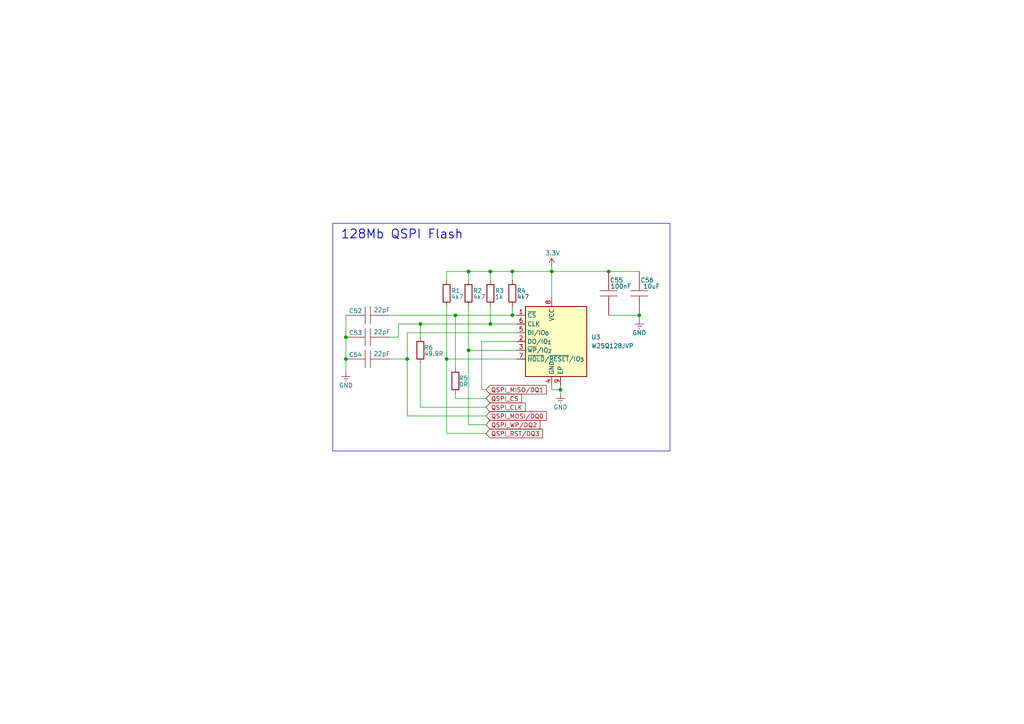
<source format=kicad_sch>
(kicad_sch (version 20250114) (generator "eeschema") (generator_version "9.0")
  (paper "A4")
  (lib_symbols
    (symbol "Device:R" (pin_numbers (hide yes)) (pin_names (offset 0))
      (property "Reference" "R" (at 2.032 0 90))
      (property "Value" "R" (at 0 0 90))
      (symbol "R_0_1"
        (rectangle (start -1.016 -2.54) (end 1.016 2.54) (stroke (width 0.254)))
      )
      (symbol "R_1_1"
        (pin passive line (at 0 3.81 270) (length 1.27) (name "~") (number "1"))
        (pin passive line (at 0 -3.81 90) (length 1.27) (name "~") (number "2"))
      )
    )
    (symbol "Memory_Flash:W25Q128JVP"
      (property "Reference" "U" (at -6.35 11.43 0))
      (property "Value" "W25Q128JVP" (at 7.62 11.43 0))
      (symbol "W25Q128JVP_0_1"
        (rectangle (start -7.62 10.16) (end 10.16 -10.16) (stroke (width 0.254)) (fill (type background)))
      )
      (symbol "W25Q128JVP_1_1"
        (pin input line (at -10.16 7.62 0) (length 2.54) (name "~{CS}") (number "1"))
        (pin input line (at -10.16 5.08 0) (length 2.54) (name "CLK") (number "6"))
        (pin bidirectional line (at -10.16 2.54 0) (length 2.54) (name "DI/IO_{0}") (number "5"))
        (pin bidirectional line (at -10.16 0 0) (length 2.54) (name "DO/IO_{1}") (number "2"))
        (pin bidirectional line (at -10.16 -2.54 0) (length 2.54) (name "~{WP}/IO_{2}") (number "3"))
        (pin bidirectional line (at -10.16 -5.08 0) (length 2.54) (name "~{HOLD}/~{RESET}/IO_{3}") (number "7"))
        (pin power_in line (at 0 12.7 270) (length 2.54) (name "VCC") (number "8"))
        (pin power_in line (at 0 -12.7 90) (length 2.54) (name "GND") (number "4"))
        (pin passive line (at 2.54 -12.7 90) (length 2.54) (name "EP") (number "9"))
      )
    )
    (symbol "RA8M1:885012205092" (pin_numbers (hide yes)) (pin_names (offset 0.762))
      (property "Reference" "C" (at 8.89 6.35 0))
      (property "Value" "885012205092" (at 8.89 3.81 0))
      (symbol "885012205092_0_0"
        (pin passive line (at 0 0 0) (length 5.08) (name "~") (number "1"))
        (pin passive line (at 12.7 0 180) (length 5.08) (name "~") (number "2"))
      )
      (symbol "885012205092_0_1"
        (polyline (pts (xy 5.08 0) (xy 5.588 0)) (stroke (width 0.1524)))
        (polyline (pts (xy 5.588 2.54) (xy 5.588 -2.54)) (stroke (width 0.1524)))
        (polyline (pts (xy 7.112 2.54) (xy 7.112 -2.54)) (stroke (width 0.1524)))
        (polyline (pts (xy 7.112 0) (xy 7.62 0)) (stroke (width 0.1524)))
      )
    )
    (symbol "power:+1V5" (power) (pin_numbers (hide yes)) (pin_names (offset 0) (hide yes))
      (property "Value" "+1V5" (at 0 3.556 0))
      (symbol "+1V5_0_1"
        (polyline (pts (xy -0.762 1.27) (xy 0 2.54)))
        (polyline (pts (xy 0 2.54) (xy 0.762 1.27)))
        (polyline (pts (xy 0 0) (xy 0 2.54)))
      )
      (symbol "+1V5_1_1"
        (pin power_in line (at 0 0 90) (length 0) (name "~") (number "1"))
      )
    )
    (symbol "power:GNDREF" (power) (pin_numbers (hide yes)) (pin_names (offset 0) (hide yes))
      (property "Value" "GNDREF" (at 0 -3.81 0))
      (symbol "GNDREF_0_1"
        (polyline (pts (xy -0.635 -1.905) (xy 0.635 -1.905)))
        (polyline (pts (xy -0.127 -2.54) (xy 0.127 -2.54)))
        (polyline (pts (xy 0 -1.27) (xy 0 0)))
        (polyline (pts (xy 1.27 -1.27) (xy -1.27 -1.27)))
      )
      (symbol "GNDREF_1_1"
        (pin power_in line (at 0 0 270) (length 0) (name "~") (number "1"))
      )
    )
  )
  (rectangle (start 96.52 64.77) (end 194.31 130.81))
  (text "128Mb QSPI Flash" (at 116.586 68.072 0) (effects (font (size 2.54 2.54) (thickness 0.254) (bold yes))))
  (junction (at 129.54 104.14))
  (junction (at 135.89 101.6))
  (junction (at 162.56 113.03))
  (junction (at 148.59 91.44))
  (junction (at 100.33 97.79))
  (junction (at 176.53 78.74))
  (junction (at 132.08 91.44))
  (junction (at 148.59 78.74))
  (junction (at 160.02 78.74))
  (junction (at 121.92 93.98))
  (junction (at 118.11 104.14))
  (junction (at 100.33 104.14))
  (junction (at 135.89 78.74))
  (junction (at 142.24 78.74))
  (junction (at 185.42 91.44))
  (junction (at 142.24 93.98))
  (wire (pts (xy 100.33 91.44) (xy 100.33 97.79)))
  (wire (pts (xy 162.56 113.03) (xy 162.56 114.3)))
  (wire (pts (xy 149.86 91.44) (xy 148.59 91.44)))
  (wire (pts (xy 162.56 113.03) (xy 160.02 113.03)))
  (wire (pts (xy 142.24 93.98) (xy 142.24 88.9)))
  (wire (pts (xy 100.33 97.79) (xy 100.33 104.14)))
  (wire (pts (xy 160.02 78.74) (xy 148.59 78.74)))
  (wire (pts (xy 140.97 123.19) (xy 135.89 123.19)))
  (wire (pts (xy 148.59 91.44) (xy 148.59 88.9)))
  (wire (pts (xy 162.56 111.76) (xy 162.56 113.03)))
  (wire (pts (xy 160.02 77.47) (xy 160.02 78.74)))
  (wire (pts (xy 142.24 78.74) (xy 142.24 81.28)))
  (wire (pts (xy 118.11 96.52) (xy 118.11 104.14)))
  (wire (pts (xy 140.97 125.73) (xy 129.54 125.73)))
  (wire (pts (xy 121.92 93.98) (xy 142.24 93.98)))
  (wire (pts (xy 115.57 97.79) (xy 113.03 97.79)))
  (wire (pts (xy 129.54 81.28) (xy 129.54 78.74)))
  (wire (pts (xy 132.08 91.44) (xy 132.08 106.68)))
  (wire (pts (xy 139.7 113.03) (xy 139.7 99.06)))
  (wire (pts (xy 149.86 96.52) (xy 118.11 96.52)))
  (wire (pts (xy 121.92 93.98) (xy 121.92 97.79)))
  (wire (pts (xy 118.11 120.65) (xy 118.11 104.14)))
  (wire (pts (xy 135.89 78.74) (xy 142.24 78.74)))
  (wire (pts (xy 129.54 104.14) (xy 149.86 104.14)))
  (wire (pts (xy 176.53 91.44) (xy 185.42 91.44)))
  (wire (pts (xy 142.24 78.74) (xy 148.59 78.74)))
  (wire (pts (xy 135.89 81.28) (xy 135.89 78.74)))
  (wire (pts (xy 132.08 114.3) (xy 132.08 115.57)))
  (wire (pts (xy 140.97 118.11) (xy 121.92 118.11)))
  (wire (pts (xy 135.89 101.6) (xy 135.89 88.9)))
  (wire (pts (xy 115.57 93.98) (xy 121.92 93.98)))
  (wire (pts (xy 140.97 113.03) (xy 139.7 113.03)))
  (wire (pts (xy 140.97 120.65) (xy 118.11 120.65)))
  (wire (pts (xy 139.7 99.06) (xy 149.86 99.06)))
  (wire (pts (xy 135.89 123.19) (xy 135.89 101.6)))
  (wire (pts (xy 129.54 88.9) (xy 129.54 104.14)))
  (wire (pts (xy 129.54 125.73) (xy 129.54 104.14)))
  (wire (pts (xy 100.33 104.14) (xy 100.33 107.95)))
  (wire (pts (xy 129.54 78.74) (xy 135.89 78.74)))
  (wire (pts (xy 149.86 93.98) (xy 142.24 93.98)))
  (wire (pts (xy 148.59 78.74) (xy 148.59 81.28)))
  (wire (pts (xy 185.42 91.44) (xy 185.42 92.71)))
  (wire (pts (xy 115.57 93.98) (xy 115.57 97.79)))
  (wire (pts (xy 160.02 111.76) (xy 160.02 113.03)))
  (wire (pts (xy 118.11 104.14) (xy 113.03 104.14)))
  (wire (pts (xy 176.53 78.74) (xy 185.42 78.74)))
  (wire (pts (xy 132.08 115.57) (xy 140.97 115.57)))
  (wire (pts (xy 121.92 105.41) (xy 121.92 118.11)))
  (wire (pts (xy 149.86 101.6) (xy 135.89 101.6)))
  (wire (pts (xy 160.02 86.36) (xy 160.02 78.74)))
  (wire (pts (xy 160.02 78.74) (xy 176.53 78.74)))
  (wire (pts (xy 132.08 91.44) (xy 148.59 91.44)))
  (wire (pts (xy 113.03 91.44) (xy 132.08 91.44)))
  (global_label "QSPI_WP{slash}DQ2" (shape input) (at 140.97 123.19 0) (property "Intersheetrefs" "${INTERSHEET_REFS}" (effects (hide yes))))
  (global_label "QSPI_CLK" (shape input) (at 140.97 118.11 0) (property "Intersheetrefs" "${INTERSHEET_REFS}" (effects (hide yes))))
  (global_label "QSPI_RST{slash}DQ3" (shape input) (at 140.97 125.73 0) (property "Intersheetrefs" "${INTERSHEET_REFS}" (effects (hide yes))))
  (global_label "QSPI_MISO{slash}DQ1" (shape input) (at 140.97 113.03 0) (property "Intersheetrefs" "${INTERSHEET_REFS}" (effects (hide yes))))
  (global_label "QSPI_MOSI{slash}DQ0" (shape input) (at 140.97 120.65 0) (property "Intersheetrefs" "${INTERSHEET_REFS}" (effects (hide yes))))
  (global_label "QSPI_CS" (shape input) (at 140.97 115.57 0) (property "Intersheetrefs" "${INTERSHEET_REFS}" (effects (hide yes))))
  (symbol (lib_id "Device:R") (at 135.89 85.09 0) (unit 1)
    (property "Reference" "R2" (at 137.16 84.328 0) (effects (justify left)))
    (property "Value" "4k7" (at 137.16 86.106 0) (effects (justify left)))
    (property "Footprint" "Resistor_SMD:R_0402_1005Metric" (effects (hide yes)))
    (property "Description" "Resistor" (effects (hide yes)))
    (property "Manufacturer" "Würth Elektronik" (effects (hide yes)))
    (property "MPN" "560112110245" (effects (hide yes)))
  )
  (symbol (lib_id "Device:R") (at 121.92 101.6 0) (unit 1)
    (property "Reference" "R6" (at 122.936 100.838 0) (effects (justify left)))
    (property "Value" "49.9R" (at 122.936 102.616 0) (effects (justify left)))
    (property "Footprint" "Resistor_SMD:R_0402_1005Metric" (effects (hide yes)))
    (property "Description" "Resistor" (effects (hide yes)))
    (property "Manufacturer" "Würth Elektronik" (effects (hide yes)))
    (property "MPN" "560112110002" (effects (hide yes)))
  )
  (symbol (lib_id "power:+1V5") (at 160.02 77.47 0) (unit 1)
    (property "Reference" "#PWR031" (effects (hide yes)))
    (property "Value" "3.3V" (at 160.274 73.406 0))
    (property "Description" "Power symbol creates a global label with name \"+1V5\"" (effects (hide yes)))
  )
  (symbol (lib_id "Device:R") (at 132.08 110.49 0) (unit 1)
    (property "Reference" "R5" (at 133.096 109.728 0) (effects (justify left)))
    (property "Value" "0R" (at 133.096 111.506 0) (effects (justify left)))
    (property "Footprint" "Resistor_SMD:R_0402_1005Metric" (effects (hide yes)))
    (property "Description" "Resistor" (effects (hide yes)))
    (property "Manufacturer" "Würth Elektronik" (effects (hide yes)))
    (property "MPN" "560112110001" (effects (hide yes)))
  )
  (symbol (lib_id "RA8M1:885012205092") (at 113.03 91.44 180) (unit 1)
    (property "Reference" "C52" (at 103.124 90.17 0))
    (property "Value" "22pF" (at 110.744 89.916 0))
    (property "Footprint" "Capacitor_SMD:C_0402_1005Metric" (effects (hide yes)))
    (property "Height" "0.7" (effects (hide yes)))
    (property "Manufacturer" "Wurth Elektronik" (effects (hide yes)))
    (property "MPN" "885012005042" (effects (hide yes)))
  )
  (symbol (lib_id "power:GNDREF") (at 100.33 107.95 0) (unit 1)
    (property "Reference" "#PWR030" (effects (hide yes)))
    (property "Value" "GND" (at 100.33 111.76 0))
    (property "Description" "Power symbol creates a global label with name \"GNDREF\" , reference supply ground" (effects (hide yes)))
  )
  (symbol (lib_id "RA8M1:885012205092") (at 176.53 91.44 90) (unit 1)
    (property "Reference" "C55" (at 178.816 81.28 90))
    (property "Value" "100nF" (at 180.086 83.058 90))
    (property "Footprint" "Capacitor_SMD:C_0402_1005Metric" (effects (hide yes)))
    (property "Height" "0.7" (effects (hide yes)))
    (property "Manufacturer" "Wurth Elektronik" (effects (hide yes)))
    (property "MPN" "885012205092" (effects (hide yes)))
  )
  (symbol (lib_id "RA8M1:885012205092") (at 113.03 97.79 180) (unit 1)
    (property "Reference" "C53" (at 103.124 96.52 0))
    (property "Value" "22pF" (at 110.744 96.266 0))
    (property "Footprint" "Capacitor_SMD:C_0402_1005Metric" (effects (hide yes)))
    (property "Height" "0.7" (effects (hide yes)))
    (property "Manufacturer" "Wurth Elektronik" (effects (hide yes)))
    (property "MPN" "885012005042" (effects (hide yes)))
  )
  (symbol (lib_id "RA8M1:885012205092") (at 185.42 91.44 90) (unit 1)
    (property "Reference" "C56" (at 187.706 81.28 90))
    (property "Value" "10uF" (at 188.976 83.058 90))
    (property "Footprint" "Capacitor_SMD:C_0402_1005Metric" (effects (hide yes)))
    (property "Height" "0.7" (effects (hide yes)))
    (property "Manufacturer" "Wurth Elektronik" (effects (hide yes)))
    (property "MPN" "885012105020" (effects (hide yes)))
  )
  (symbol (lib_id "Device:R") (at 129.54 85.09 0) (unit 1)
    (property "Reference" "R1" (at 130.81 84.328 0) (effects (justify left)))
    (property "Value" "4k7" (at 130.81 86.106 0) (effects (justify left)))
    (property "Footprint" "Resistor_SMD:R_0402_1005Metric" (effects (hide yes)))
    (property "Description" "Resistor" (effects (hide yes)))
    (property "Manufacturer" "Würth Elektronik" (effects (hide yes)))
    (property "MPN" "560112110245" (effects (hide yes)))
  )
  (symbol (lib_id "power:GNDREF") (at 162.56 114.3 0) (unit 1)
    (property "Reference" "#PWR032" (effects (hide yes)))
    (property "Value" "GND" (at 162.56 118.11 0))
    (property "Description" "Power symbol creates a global label with name \"GNDREF\" , reference supply ground" (effects (hide yes)))
  )
  (symbol (lib_id "RA8M1:885012205092") (at 113.03 104.14 180) (unit 1)
    (property "Reference" "C54" (at 103.124 102.87 0))
    (property "Value" "22pF" (at 110.744 102.616 0))
    (property "Footprint" "Capacitor_SMD:C_0402_1005Metric" (effects (hide yes)))
    (property "Height" "0.7" (effects (hide yes)))
    (property "Manufacturer" "Wurth Elektronik" (effects (hide yes)))
    (property "MPN" "885012005042" (effects (hide yes)))
  )
  (symbol (lib_id "Memory_Flash:W25Q128JVP") (at 160.02 99.06 0) (unit 1)
    (property "Reference" "U3" (at 171.45 97.7899 0) (effects (justify left)))
    (property "Value" "W25Q128JVP" (at 171.45 100.3299 0) (effects (justify left)))
    (property "Footprint" "Package_SON:WSON-8-1EP_6x5mm_P1.27mm_EP3.4x4.3mm" (effects (hide yes)))
    (property "Datasheet" "https://www.winbond.com/resource-files/w25q128jv_dtr%20revc%2003272018%20plus.pdf" (effects (hide yes)))
    (property "Description" "128Mbit / 16MiB Serial Flash Memory, Standard/Dual/Quad SPI, 2.7-3.6V, WSON-8" (effects (hide yes)))
    (property "Manufacturer" "Winbond" (effects (hide yes)))
    (property "MPN" "W25Q128JVPIM TR " (effects (hide yes)))
  )
  (symbol (lib_id "Device:R") (at 142.24 85.09 0) (unit 1)
    (property "Reference" "R3" (at 143.51 84.328 0) (effects (justify left)))
    (property "Value" "1k" (at 143.51 86.106 0) (effects (justify left)))
    (property "Footprint" "Resistor_SMD:R_0402_1005Metric" (effects (hide yes)))
    (property "Description" "Resistor" (effects (hide yes)))
    (property "Manufacturer" "Würth Elektronik" (effects (hide yes)))
    (property "MPN" "560112110012" (effects (hide yes)))
  )
  (symbol (lib_id "power:GNDREF") (at 185.42 92.71 0) (unit 1)
    (property "Reference" "#PWR033" (effects (hide yes)))
    (property "Value" "GND" (at 185.42 96.52 0))
    (property "Description" "Power symbol creates a global label with name \"GNDREF\" , reference supply ground" (effects (hide yes)))
  )
  (symbol (lib_id "Device:R") (at 148.59 85.09 0) (unit 1)
    (property "Reference" "R4" (at 149.86 84.328 0) (effects (justify left)))
    (property "Value" "4k7" (at 149.86 86.106 0) (effects (justify left)))
    (property "Footprint" "Resistor_SMD:R_0402_1005Metric" (effects (hide yes)))
    (property "Description" "Resistor" (effects (hide yes)))
    (property "Manufacturer" "Würth Elektronik" (effects (hide yes)))
    (property "MPN" "560112110245" (effects (hide yes)))
  )
)
</source>
